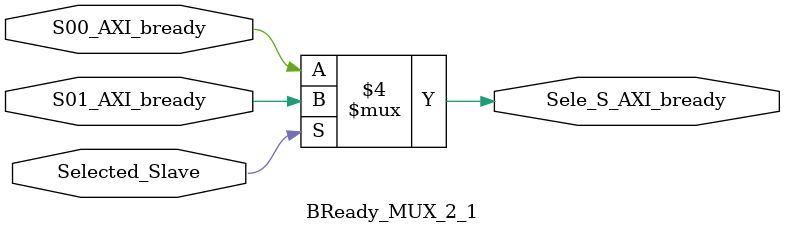
<source format=v>
module BReady_MUX_2_1  (
    input  wire     Selected_Slave,
    input  wire     S00_AXI_bready,
    input  wire     S01_AXI_bready,
    output reg      Sele_S_AXI_bready
);

always @(*) begin
    if (!Selected_Slave) begin
        Sele_S_AXI_bready=S00_AXI_bready;
    end else begin
        Sele_S_AXI_bready=S01_AXI_bready;
    end

end
    
endmodule

</source>
